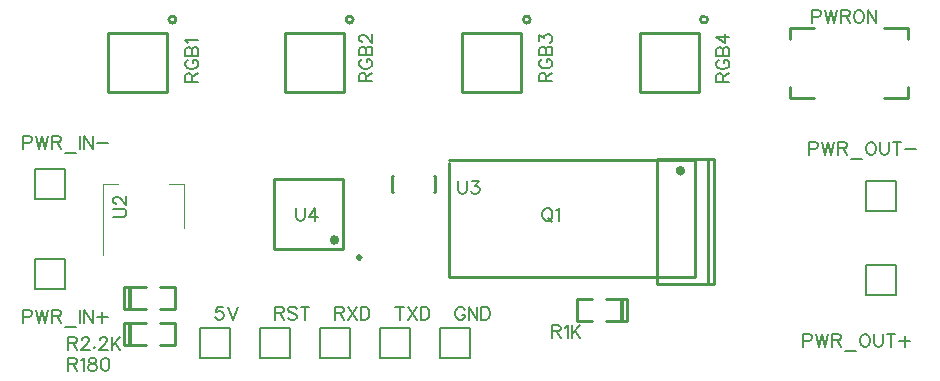
<source format=gto>
G04 ---------------------------- Layer name :TOP SILK LAYER*
G04 EasyEDA v5.4.12, Mon, 21 May 2018 10:25:39 GMT*
G04 d0ac2e000ddc4f35a868ce4d586767d9*
G04 Gerber Generator version 0.2*
G04 Scale: 100 percent, Rotated: No, Reflected: No *
G04 Dimensions in millimeters *
G04 leading zeros omitted , absolute positions ,3 integer and 3 decimal *
%FSLAX33Y33*%
%MOMM*%
G90*
G71D02*

%ADD10C,0.254000*%
%ADD11C,0.399999*%
%ADD12C,0.299999*%
%ADD15C,0.203200*%
%ADD28C,0.119990*%
%ADD29C,0.249999*%
%ADD30C,0.330200*%
%ADD31C,0.202999*%
%ADD32C,0.177800*%

%LPD*%
G54D10*
G01X37338Y23622D02*
G01X58166Y23622D01*
G01X58166Y13716D01*
G01X37338Y13716D01*
G01X37338Y23368D01*
G54D28*
G01X14840Y17860D02*
G01X14840Y21619D01*
G01X13580Y21619D01*
G01X8019Y15610D02*
G01X8019Y21619D01*
G01X9280Y21619D01*
G54D10*
G01X35991Y22250D02*
G01X36093Y22250D01*
G01X36093Y20929D01*
G01X35991Y20929D01*
G01X32588Y20929D02*
G01X32435Y20929D01*
G01X32435Y22250D01*
G01X32588Y22250D01*
G01X68171Y28839D02*
G01X66169Y28839D01*
G01X66169Y29839D01*
G01X74170Y34838D02*
G01X76169Y34838D01*
G01X76169Y33837D01*
G01X66169Y33837D02*
G01X66169Y34838D01*
G01X68171Y34838D01*
G01X76169Y29839D02*
G01X76169Y28839D01*
G01X74170Y28839D01*
G54D29*
G01X58435Y34409D02*
G01X58435Y29409D01*
G01X58435Y29409D02*
G01X53435Y29409D01*
G01X53435Y34409D02*
G01X53435Y29409D01*
G01X58436Y34412D02*
G01X53436Y34412D01*
G01X43435Y34409D02*
G01X43435Y29409D01*
G01X43435Y29409D02*
G01X38435Y29409D01*
G01X38435Y34409D02*
G01X38435Y29409D01*
G01X43436Y34412D02*
G01X38436Y34412D01*
G01X28435Y34409D02*
G01X28435Y29409D01*
G01X28435Y29409D02*
G01X23435Y29409D01*
G01X23435Y34409D02*
G01X23435Y29409D01*
G01X28436Y34412D02*
G01X23436Y34412D01*
G01X13435Y34409D02*
G01X13435Y29409D01*
G01X13435Y29409D02*
G01X8435Y29409D01*
G01X8435Y34409D02*
G01X8435Y29409D01*
G01X13436Y34412D02*
G01X8436Y34412D01*
G54D30*
G01X51937Y11795D02*
G01X51937Y10048D01*
G54D10*
G01X50612Y11849D02*
G01X52412Y11849D01*
G01X52412Y9994D01*
G01X49413Y11849D02*
G01X48138Y11849D01*
G01X48138Y9994D01*
G01X48138Y9994D02*
G01X49413Y9994D01*
G01X50612Y9994D02*
G01X52412Y9994D01*
G54D30*
G01X10292Y8016D02*
G01X10292Y9763D01*
G54D10*
G01X11617Y7962D02*
G01X9817Y7962D01*
G01X9817Y9817D01*
G01X12816Y7962D02*
G01X14091Y7962D01*
G01X14091Y9817D01*
G01X14091Y9817D02*
G01X12816Y9817D01*
G01X11617Y9817D02*
G01X9817Y9817D01*
G54D30*
G01X10292Y11064D02*
G01X10292Y12811D01*
G54D10*
G01X11617Y11010D02*
G01X9817Y11010D01*
G01X9817Y12865D01*
G01X12816Y11010D02*
G01X14091Y11010D01*
G01X14091Y12865D01*
G01X14091Y12865D02*
G01X12816Y12865D01*
G01X11617Y12865D02*
G01X9817Y12865D01*
G01X59696Y23714D02*
G01X59696Y13115D01*
G01X54896Y13115D01*
G01X54896Y23714D01*
G01X59696Y23714D01*
G01X59195Y13115D02*
G01X59195Y23714D01*
G01X22450Y16100D02*
G01X28349Y16100D01*
G01X28349Y21999D01*
G01X22450Y21999D01*
G01X22450Y16100D01*
G54D15*
G01X28956Y6858D02*
G01X26416Y6858D01*
G01X26416Y9398D01*
G01X28956Y9398D01*
G01X28956Y7493D01*
G54D31*
G01X28956Y6858D02*
G01X28956Y7493D01*
G54D15*
G01X34036Y6858D02*
G01X31496Y6858D01*
G01X31496Y9398D01*
G01X34036Y9398D01*
G01X34036Y7493D01*
G54D31*
G01X34036Y6858D02*
G01X34036Y7493D01*
G54D15*
G01X23876Y6858D02*
G01X21336Y6858D01*
G01X21336Y9398D01*
G01X23876Y9398D01*
G01X23876Y7493D01*
G54D31*
G01X23876Y6858D02*
G01X23876Y7493D01*
G54D15*
G01X39116Y6858D02*
G01X36576Y6858D01*
G01X36576Y9398D01*
G01X39116Y9398D01*
G01X39116Y7493D01*
G54D31*
G01X39116Y6858D02*
G01X39116Y7493D01*
G54D15*
G01X18796Y6858D02*
G01X16256Y6858D01*
G01X16256Y9398D01*
G01X18796Y9398D01*
G01X18796Y7493D01*
G54D31*
G01X18796Y6858D02*
G01X18796Y7493D01*
G54D15*
G01X4826Y12700D02*
G01X2286Y12700D01*
G01X2286Y15240D01*
G01X4826Y15240D01*
G01X4826Y13335D01*
G54D31*
G01X4826Y12700D02*
G01X4826Y13335D01*
G54D15*
G01X4826Y20320D02*
G01X2286Y20320D01*
G01X2286Y22860D01*
G01X4826Y22860D01*
G01X4826Y20955D01*
G54D31*
G01X4826Y20320D02*
G01X4826Y20955D01*
G54D15*
G01X75184Y19304D02*
G01X72644Y19304D01*
G01X72644Y21844D01*
G01X75184Y21844D01*
G01X75184Y19939D01*
G54D31*
G01X75184Y19304D02*
G01X75184Y19939D01*
G54D15*
G01X75184Y12192D02*
G01X72644Y12192D01*
G01X72644Y14732D01*
G01X75184Y14732D01*
G01X75184Y12827D01*
G54D31*
G01X75184Y12192D02*
G01X75184Y12827D01*
G54D32*
G01X8890Y18775D02*
G01X9667Y18775D01*
G01X9824Y18826D01*
G01X9928Y18930D01*
G01X9979Y19088D01*
G01X9979Y19192D01*
G01X9928Y19347D01*
G01X9824Y19451D01*
G01X9667Y19502D01*
G01X8890Y19502D01*
G01X9149Y19898D02*
G01X9095Y19898D01*
G01X8991Y19949D01*
G01X8940Y20002D01*
G01X8890Y20106D01*
G01X8890Y20312D01*
G01X8940Y20416D01*
G01X8991Y20469D01*
G01X9095Y20520D01*
G01X9199Y20520D01*
G01X9304Y20469D01*
G01X9461Y20365D01*
G01X9979Y19844D01*
G01X9979Y20573D01*
G01X38100Y21844D02*
G01X38100Y21066D01*
G01X38150Y20909D01*
G01X38254Y20805D01*
G01X38412Y20754D01*
G01X38516Y20754D01*
G01X38671Y20805D01*
G01X38775Y20909D01*
G01X38826Y21066D01*
G01X38826Y21844D01*
G01X39273Y21844D02*
G01X39844Y21844D01*
G01X39535Y21429D01*
G01X39690Y21429D01*
G01X39794Y21376D01*
G01X39844Y21325D01*
G01X39898Y21170D01*
G01X39898Y21066D01*
G01X39844Y20909D01*
G01X39740Y20805D01*
G01X39585Y20754D01*
G01X39430Y20754D01*
G01X39273Y20805D01*
G01X39222Y20858D01*
G01X39169Y20962D01*
G01X68072Y36321D02*
G01X68072Y35232D01*
G01X68072Y36321D02*
G01X68539Y36321D01*
G01X68694Y36271D01*
G01X68747Y36220D01*
G01X68798Y36116D01*
G01X68798Y35958D01*
G01X68747Y35854D01*
G01X68694Y35803D01*
G01X68539Y35750D01*
G01X68072Y35750D01*
G01X69141Y36321D02*
G01X69402Y35232D01*
G01X69662Y36321D02*
G01X69402Y35232D01*
G01X69662Y36321D02*
G01X69921Y35232D01*
G01X70180Y36321D02*
G01X69921Y35232D01*
G01X70523Y36321D02*
G01X70523Y35232D01*
G01X70523Y36321D02*
G01X70993Y36321D01*
G01X71147Y36271D01*
G01X71198Y36220D01*
G01X71252Y36116D01*
G01X71252Y36012D01*
G01X71198Y35907D01*
G01X71147Y35854D01*
G01X70993Y35803D01*
G01X70523Y35803D01*
G01X70888Y35803D02*
G01X71252Y35232D01*
G01X71907Y36321D02*
G01X71803Y36271D01*
G01X71699Y36167D01*
G01X71645Y36062D01*
G01X71594Y35907D01*
G01X71594Y35648D01*
G01X71645Y35491D01*
G01X71699Y35387D01*
G01X71803Y35283D01*
G01X71907Y35232D01*
G01X72113Y35232D01*
G01X72217Y35283D01*
G01X72321Y35387D01*
G01X72374Y35491D01*
G01X72425Y35648D01*
G01X72425Y35907D01*
G01X72374Y36062D01*
G01X72321Y36167D01*
G01X72217Y36271D01*
G01X72113Y36321D01*
G01X71907Y36321D01*
G01X72768Y36321D02*
G01X72768Y35232D01*
G01X72768Y36321D02*
G01X73494Y35232D01*
G01X73494Y36321D02*
G01X73494Y35232D01*
G01X59944Y30248D02*
G01X61033Y30248D01*
G01X59944Y30248D02*
G01X59944Y30716D01*
G01X59994Y30871D01*
G01X60045Y30924D01*
G01X60149Y30975D01*
G01X60253Y30975D01*
G01X60358Y30924D01*
G01X60411Y30871D01*
G01X60462Y30716D01*
G01X60462Y30248D01*
G01X60462Y30612D02*
G01X61033Y30975D01*
G01X60203Y32097D02*
G01X60098Y32047D01*
G01X59994Y31943D01*
G01X59944Y31838D01*
G01X59944Y31630D01*
G01X59994Y31526D01*
G01X60098Y31422D01*
G01X60203Y31371D01*
G01X60358Y31318D01*
G01X60617Y31318D01*
G01X60774Y31371D01*
G01X60878Y31422D01*
G01X60982Y31526D01*
G01X61033Y31630D01*
G01X61033Y31838D01*
G01X60982Y31943D01*
G01X60878Y32047D01*
G01X60774Y32097D01*
G01X60617Y32097D01*
G01X60617Y31838D02*
G01X60617Y32097D01*
G01X59944Y32440D02*
G01X61033Y32440D01*
G01X59944Y32440D02*
G01X59944Y32908D01*
G01X59994Y33065D01*
G01X60045Y33116D01*
G01X60149Y33169D01*
G01X60253Y33169D01*
G01X60358Y33116D01*
G01X60411Y33065D01*
G01X60462Y32908D01*
G01X60462Y32440D02*
G01X60462Y32908D01*
G01X60515Y33065D01*
G01X60566Y33116D01*
G01X60670Y33169D01*
G01X60825Y33169D01*
G01X60929Y33116D01*
G01X60982Y33065D01*
G01X61033Y32908D01*
G01X61033Y32440D01*
G01X59944Y34030D02*
G01X60670Y33512D01*
G01X60670Y34290D01*
G01X59944Y34030D02*
G01X61033Y34030D01*
G01X44958Y30302D02*
G01X46047Y30302D01*
G01X44958Y30302D02*
G01X44958Y30769D01*
G01X45008Y30924D01*
G01X45059Y30975D01*
G01X45163Y31028D01*
G01X45267Y31028D01*
G01X45372Y30975D01*
G01X45425Y30924D01*
G01X45476Y30769D01*
G01X45476Y30302D01*
G01X45476Y30665D02*
G01X46047Y31028D01*
G01X45217Y32151D02*
G01X45112Y32097D01*
G01X45008Y31993D01*
G01X44958Y31889D01*
G01X44958Y31683D01*
G01X45008Y31579D01*
G01X45112Y31475D01*
G01X45217Y31422D01*
G01X45372Y31371D01*
G01X45631Y31371D01*
G01X45788Y31422D01*
G01X45892Y31475D01*
G01X45996Y31579D01*
G01X46047Y31683D01*
G01X46047Y31889D01*
G01X45996Y31993D01*
G01X45892Y32097D01*
G01X45788Y32151D01*
G01X45631Y32151D01*
G01X45631Y31889D02*
G01X45631Y32151D01*
G01X44958Y32494D02*
G01X46047Y32494D01*
G01X44958Y32494D02*
G01X44958Y32961D01*
G01X45008Y33116D01*
G01X45059Y33169D01*
G01X45163Y33220D01*
G01X45267Y33220D01*
G01X45372Y33169D01*
G01X45425Y33116D01*
G01X45476Y32961D01*
G01X45476Y32494D02*
G01X45476Y32961D01*
G01X45529Y33116D01*
G01X45580Y33169D01*
G01X45684Y33220D01*
G01X45839Y33220D01*
G01X45943Y33169D01*
G01X45996Y33116D01*
G01X46047Y32961D01*
G01X46047Y32494D01*
G01X44958Y33667D02*
G01X44958Y34239D01*
G01X45372Y33926D01*
G01X45372Y34084D01*
G01X45425Y34188D01*
G01X45476Y34239D01*
G01X45631Y34290D01*
G01X45735Y34290D01*
G01X45892Y34239D01*
G01X45996Y34135D01*
G01X46047Y33980D01*
G01X46047Y33822D01*
G01X45996Y33667D01*
G01X45943Y33616D01*
G01X45839Y33563D01*
G01X29717Y30299D02*
G01X30807Y30299D01*
G01X29717Y30299D02*
G01X29717Y30766D01*
G01X29768Y30921D01*
G01X29819Y30975D01*
G01X29923Y31026D01*
G01X30027Y31026D01*
G01X30131Y30975D01*
G01X30185Y30921D01*
G01X30236Y30766D01*
G01X30236Y30299D01*
G01X30236Y30662D02*
G01X30807Y31026D01*
G01X29977Y32148D02*
G01X29872Y32097D01*
G01X29768Y31993D01*
G01X29717Y31889D01*
G01X29717Y31681D01*
G01X29768Y31577D01*
G01X29872Y31473D01*
G01X29977Y31422D01*
G01X30131Y31368D01*
G01X30391Y31368D01*
G01X30548Y31422D01*
G01X30652Y31473D01*
G01X30756Y31577D01*
G01X30807Y31681D01*
G01X30807Y31889D01*
G01X30756Y31993D01*
G01X30652Y32097D01*
G01X30548Y32148D01*
G01X30391Y32148D01*
G01X30391Y31889D02*
G01X30391Y32148D01*
G01X29717Y32491D02*
G01X30807Y32491D01*
G01X29717Y32491D02*
G01X29717Y32959D01*
G01X29768Y33116D01*
G01X29819Y33167D01*
G01X29923Y33220D01*
G01X30027Y33220D01*
G01X30131Y33167D01*
G01X30185Y33116D01*
G01X30236Y32959D01*
G01X30236Y32491D02*
G01X30236Y32959D01*
G01X30289Y33116D01*
G01X30340Y33167D01*
G01X30444Y33220D01*
G01X30599Y33220D01*
G01X30703Y33167D01*
G01X30756Y33116D01*
G01X30807Y32959D01*
G01X30807Y32491D01*
G01X29977Y33614D02*
G01X29923Y33614D01*
G01X29819Y33665D01*
G01X29768Y33718D01*
G01X29717Y33822D01*
G01X29717Y34030D01*
G01X29768Y34135D01*
G01X29819Y34185D01*
G01X29923Y34236D01*
G01X30027Y34236D01*
G01X30131Y34185D01*
G01X30289Y34081D01*
G01X30807Y33563D01*
G01X30807Y34289D01*
G01X14986Y30261D02*
G01X16075Y30261D01*
G01X14986Y30261D02*
G01X14986Y30728D01*
G01X15036Y30883D01*
G01X15087Y30934D01*
G01X15191Y30987D01*
G01X15295Y30987D01*
G01X15400Y30934D01*
G01X15453Y30883D01*
G01X15504Y30728D01*
G01X15504Y30261D01*
G01X15504Y30624D02*
G01X16075Y30987D01*
G01X15245Y32110D02*
G01X15140Y32057D01*
G01X15036Y31953D01*
G01X14986Y31849D01*
G01X14986Y31643D01*
G01X15036Y31539D01*
G01X15140Y31435D01*
G01X15245Y31381D01*
G01X15400Y31330D01*
G01X15659Y31330D01*
G01X15816Y31381D01*
G01X15920Y31435D01*
G01X16024Y31539D01*
G01X16075Y31643D01*
G01X16075Y31849D01*
G01X16024Y31953D01*
G01X15920Y32057D01*
G01X15816Y32110D01*
G01X15659Y32110D01*
G01X15659Y31849D02*
G01X15659Y32110D01*
G01X14986Y32453D02*
G01X16075Y32453D01*
G01X14986Y32453D02*
G01X14986Y32920D01*
G01X15036Y33075D01*
G01X15087Y33129D01*
G01X15191Y33179D01*
G01X15295Y33179D01*
G01X15400Y33129D01*
G01X15453Y33075D01*
G01X15504Y32920D01*
G01X15504Y32453D02*
G01X15504Y32920D01*
G01X15557Y33075D01*
G01X15608Y33129D01*
G01X15712Y33179D01*
G01X15867Y33179D01*
G01X15971Y33129D01*
G01X16024Y33075D01*
G01X16075Y32920D01*
G01X16075Y32453D01*
G01X15191Y33522D02*
G01X15140Y33627D01*
G01X14986Y33781D01*
G01X16075Y33781D01*
G01X46034Y9626D02*
G01X46034Y8536D01*
G01X46034Y9626D02*
G01X46502Y9626D01*
G01X46657Y9575D01*
G01X46710Y9525D01*
G01X46761Y9420D01*
G01X46761Y9316D01*
G01X46710Y9212D01*
G01X46657Y9159D01*
G01X46502Y9108D01*
G01X46034Y9108D01*
G01X46398Y9108D02*
G01X46761Y8536D01*
G01X47104Y9420D02*
G01X47208Y9471D01*
G01X47365Y9626D01*
G01X47365Y8536D01*
G01X47708Y9626D02*
G01X47708Y8536D01*
G01X48435Y9626D02*
G01X47708Y8900D01*
G01X47967Y9159D02*
G01X48435Y8536D01*
G01X5080Y6858D02*
G01X5080Y5768D01*
G01X5080Y6858D02*
G01X5547Y6858D01*
G01X5702Y6807D01*
G01X5755Y6756D01*
G01X5806Y6652D01*
G01X5806Y6548D01*
G01X5755Y6443D01*
G01X5702Y6390D01*
G01X5547Y6339D01*
G01X5080Y6339D01*
G01X5443Y6339D02*
G01X5806Y5768D01*
G01X6149Y6652D02*
G01X6253Y6703D01*
G01X6410Y6858D01*
G01X6410Y5768D01*
G01X7012Y6858D02*
G01X6858Y6807D01*
G01X6804Y6703D01*
G01X6804Y6598D01*
G01X6858Y6494D01*
G01X6959Y6443D01*
G01X7167Y6390D01*
G01X7325Y6339D01*
G01X7429Y6235D01*
G01X7480Y6131D01*
G01X7480Y5976D01*
G01X7429Y5872D01*
G01X7376Y5819D01*
G01X7221Y5768D01*
G01X7012Y5768D01*
G01X6858Y5819D01*
G01X6804Y5872D01*
G01X6753Y5976D01*
G01X6753Y6131D01*
G01X6804Y6235D01*
G01X6908Y6339D01*
G01X7063Y6390D01*
G01X7272Y6443D01*
G01X7376Y6494D01*
G01X7429Y6598D01*
G01X7429Y6703D01*
G01X7376Y6807D01*
G01X7221Y6858D01*
G01X7012Y6858D01*
G01X8135Y6858D02*
G01X7978Y6807D01*
G01X7874Y6652D01*
G01X7823Y6390D01*
G01X7823Y6235D01*
G01X7874Y5976D01*
G01X7978Y5819D01*
G01X8135Y5768D01*
G01X8239Y5768D01*
G01X8394Y5819D01*
G01X8498Y5976D01*
G01X8549Y6235D01*
G01X8549Y6390D01*
G01X8498Y6652D01*
G01X8394Y6807D01*
G01X8239Y6858D01*
G01X8135Y6858D01*
G01X5080Y8636D02*
G01X5080Y7546D01*
G01X5080Y8636D02*
G01X5547Y8636D01*
G01X5702Y8585D01*
G01X5755Y8534D01*
G01X5806Y8430D01*
G01X5806Y8326D01*
G01X5755Y8221D01*
G01X5702Y8168D01*
G01X5547Y8117D01*
G01X5080Y8117D01*
G01X5443Y8117D02*
G01X5806Y7546D01*
G01X6202Y8376D02*
G01X6202Y8430D01*
G01X6253Y8534D01*
G01X6306Y8585D01*
G01X6410Y8636D01*
G01X6616Y8636D01*
G01X6720Y8585D01*
G01X6774Y8534D01*
G01X6824Y8430D01*
G01X6824Y8326D01*
G01X6774Y8221D01*
G01X6670Y8064D01*
G01X6149Y7546D01*
G01X6878Y7546D01*
G01X7272Y7805D02*
G01X7221Y7754D01*
G01X7272Y7701D01*
G01X7325Y7754D01*
G01X7272Y7805D01*
G01X7719Y8376D02*
G01X7719Y8430D01*
G01X7772Y8534D01*
G01X7823Y8585D01*
G01X7927Y8636D01*
G01X8135Y8636D01*
G01X8239Y8585D01*
G01X8290Y8534D01*
G01X8343Y8430D01*
G01X8343Y8326D01*
G01X8290Y8221D01*
G01X8186Y8064D01*
G01X7668Y7546D01*
G01X8394Y7546D01*
G01X8737Y8636D02*
G01X8737Y7546D01*
G01X9464Y8636D02*
G01X8737Y7909D01*
G01X8996Y8168D02*
G01X9464Y7546D01*
G01X45524Y19558D02*
G01X45420Y19507D01*
G01X45316Y19403D01*
G01X45262Y19298D01*
G01X45212Y19143D01*
G01X45212Y18884D01*
G01X45262Y18727D01*
G01X45316Y18623D01*
G01X45420Y18519D01*
G01X45524Y18468D01*
G01X45732Y18468D01*
G01X45834Y18519D01*
G01X45938Y18623D01*
G01X45991Y18727D01*
G01X46042Y18884D01*
G01X46042Y19143D01*
G01X45991Y19298D01*
G01X45938Y19403D01*
G01X45834Y19507D01*
G01X45732Y19558D01*
G01X45524Y19558D01*
G01X45679Y18676D02*
G01X45991Y18364D01*
G01X46385Y19352D02*
G01X46489Y19403D01*
G01X46647Y19558D01*
G01X46647Y18468D01*
G01X24384Y19558D02*
G01X24384Y18780D01*
G01X24434Y18623D01*
G01X24538Y18519D01*
G01X24696Y18468D01*
G01X24800Y18468D01*
G01X24955Y18519D01*
G01X25059Y18623D01*
G01X25110Y18780D01*
G01X25110Y19558D01*
G01X25974Y19558D02*
G01X25453Y18831D01*
G01X26233Y18831D01*
G01X25974Y19558D02*
G01X25974Y18468D01*
G01X27686Y11188D02*
G01X27686Y10099D01*
G01X27686Y11188D02*
G01X28153Y11188D01*
G01X28308Y11137D01*
G01X28361Y11087D01*
G01X28412Y10982D01*
G01X28412Y10878D01*
G01X28361Y10774D01*
G01X28308Y10721D01*
G01X28153Y10670D01*
G01X27686Y10670D01*
G01X28049Y10670D02*
G01X28412Y10099D01*
G01X28755Y11188D02*
G01X29484Y10099D01*
G01X29484Y11188D02*
G01X28755Y10099D01*
G01X29827Y11188D02*
G01X29827Y10099D01*
G01X29827Y11188D02*
G01X30190Y11188D01*
G01X30345Y11137D01*
G01X30449Y11033D01*
G01X30502Y10929D01*
G01X30553Y10774D01*
G01X30553Y10515D01*
G01X30502Y10358D01*
G01X30449Y10253D01*
G01X30345Y10149D01*
G01X30190Y10099D01*
G01X29827Y10099D01*
G01X33129Y11188D02*
G01X33129Y10099D01*
G01X32766Y11188D02*
G01X33492Y11188D01*
G01X33835Y11188D02*
G01X34564Y10099D01*
G01X34564Y11188D02*
G01X33835Y10099D01*
G01X34907Y11188D02*
G01X34907Y10099D01*
G01X34907Y11188D02*
G01X35270Y11188D01*
G01X35425Y11137D01*
G01X35529Y11033D01*
G01X35582Y10929D01*
G01X35633Y10774D01*
G01X35633Y10515D01*
G01X35582Y10358D01*
G01X35529Y10253D01*
G01X35425Y10149D01*
G01X35270Y10099D01*
G01X34907Y10099D01*
G01X22606Y11188D02*
G01X22606Y10099D01*
G01X22606Y11188D02*
G01X23073Y11188D01*
G01X23228Y11137D01*
G01X23281Y11087D01*
G01X23332Y10982D01*
G01X23332Y10878D01*
G01X23281Y10774D01*
G01X23228Y10721D01*
G01X23073Y10670D01*
G01X22606Y10670D01*
G01X22969Y10670D02*
G01X23332Y10099D01*
G01X24404Y11033D02*
G01X24300Y11137D01*
G01X24142Y11188D01*
G01X23936Y11188D01*
G01X23779Y11137D01*
G01X23675Y11033D01*
G01X23675Y10929D01*
G01X23728Y10825D01*
G01X23779Y10774D01*
G01X23883Y10721D01*
G01X24196Y10617D01*
G01X24300Y10566D01*
G01X24350Y10515D01*
G01X24404Y10411D01*
G01X24404Y10253D01*
G01X24300Y10149D01*
G01X24142Y10099D01*
G01X23936Y10099D01*
G01X23779Y10149D01*
G01X23675Y10253D01*
G01X25110Y11188D02*
G01X25110Y10099D01*
G01X24747Y11188D02*
G01X25473Y11188D01*
G01X38625Y10929D02*
G01X38572Y11033D01*
G01X38468Y11137D01*
G01X38366Y11188D01*
G01X38158Y11188D01*
G01X38054Y11137D01*
G01X37950Y11033D01*
G01X37896Y10929D01*
G01X37846Y10774D01*
G01X37846Y10515D01*
G01X37896Y10358D01*
G01X37950Y10253D01*
G01X38054Y10149D01*
G01X38158Y10099D01*
G01X38366Y10099D01*
G01X38468Y10149D01*
G01X38572Y10253D01*
G01X38625Y10358D01*
G01X38625Y10515D01*
G01X38366Y10515D02*
G01X38625Y10515D01*
G01X38968Y11188D02*
G01X38968Y10099D01*
G01X38968Y11188D02*
G01X39695Y10099D01*
G01X39695Y11188D02*
G01X39695Y10099D01*
G01X40038Y11188D02*
G01X40038Y10099D01*
G01X40038Y11188D02*
G01X40401Y11188D01*
G01X40558Y11137D01*
G01X40662Y11033D01*
G01X40713Y10929D01*
G01X40767Y10774D01*
G01X40767Y10515D01*
G01X40713Y10358D01*
G01X40662Y10253D01*
G01X40558Y10149D01*
G01X40401Y10099D01*
G01X40038Y10099D01*
G01X18148Y11188D02*
G01X17630Y11188D01*
G01X17576Y10721D01*
G01X17630Y10774D01*
G01X17785Y10825D01*
G01X17942Y10825D01*
G01X18097Y10774D01*
G01X18201Y10670D01*
G01X18252Y10515D01*
G01X18252Y10411D01*
G01X18201Y10253D01*
G01X18097Y10149D01*
G01X17942Y10099D01*
G01X17785Y10099D01*
G01X17630Y10149D01*
G01X17576Y10203D01*
G01X17526Y10307D01*
G01X18595Y11188D02*
G01X19011Y10099D01*
G01X19428Y11188D02*
G01X19011Y10099D01*
G01X1270Y10922D02*
G01X1270Y9832D01*
G01X1270Y10922D02*
G01X1737Y10922D01*
G01X1892Y10871D01*
G01X1945Y10820D01*
G01X1996Y10716D01*
G01X1996Y10558D01*
G01X1945Y10454D01*
G01X1892Y10403D01*
G01X1737Y10350D01*
G01X1270Y10350D01*
G01X2339Y10922D02*
G01X2600Y9832D01*
G01X2860Y10922D02*
G01X2600Y9832D01*
G01X2860Y10922D02*
G01X3119Y9832D01*
G01X3378Y10922D02*
G01X3119Y9832D01*
G01X3721Y10922D02*
G01X3721Y9832D01*
G01X3721Y10922D02*
G01X4191Y10922D01*
G01X4345Y10871D01*
G01X4396Y10820D01*
G01X4450Y10716D01*
G01X4450Y10612D01*
G01X4396Y10507D01*
G01X4345Y10454D01*
G01X4191Y10403D01*
G01X3721Y10403D01*
G01X4086Y10403D02*
G01X4450Y9832D01*
G01X4792Y9469D02*
G01X5727Y9469D01*
G01X6070Y10922D02*
G01X6070Y9832D01*
G01X6413Y10922D02*
G01X6413Y9832D01*
G01X6413Y10922D02*
G01X7139Y9832D01*
G01X7139Y10922D02*
G01X7139Y9832D01*
G01X7950Y10767D02*
G01X7950Y9832D01*
G01X7482Y10299D02*
G01X8420Y10299D01*
G01X1270Y25654D02*
G01X1270Y24564D01*
G01X1270Y25654D02*
G01X1737Y25654D01*
G01X1892Y25603D01*
G01X1945Y25552D01*
G01X1996Y25448D01*
G01X1996Y25290D01*
G01X1945Y25186D01*
G01X1892Y25135D01*
G01X1737Y25082D01*
G01X1270Y25082D01*
G01X2339Y25654D02*
G01X2600Y24564D01*
G01X2860Y25654D02*
G01X2600Y24564D01*
G01X2860Y25654D02*
G01X3119Y24564D01*
G01X3378Y25654D02*
G01X3119Y24564D01*
G01X3721Y25654D02*
G01X3721Y24564D01*
G01X3721Y25654D02*
G01X4191Y25654D01*
G01X4345Y25603D01*
G01X4396Y25552D01*
G01X4450Y25448D01*
G01X4450Y25344D01*
G01X4396Y25239D01*
G01X4345Y25186D01*
G01X4191Y25135D01*
G01X3721Y25135D01*
G01X4086Y25135D02*
G01X4450Y24564D01*
G01X4792Y24201D02*
G01X5727Y24201D01*
G01X6070Y25654D02*
G01X6070Y24564D01*
G01X6413Y25654D02*
G01X6413Y24564D01*
G01X6413Y25654D02*
G01X7139Y24564D01*
G01X7139Y25654D02*
G01X7139Y24564D01*
G01X7482Y25031D02*
G01X8420Y25031D01*
G01X67818Y25146D02*
G01X67818Y24056D01*
G01X67818Y25146D02*
G01X68285Y25146D01*
G01X68440Y25095D01*
G01X68493Y25044D01*
G01X68544Y24940D01*
G01X68544Y24782D01*
G01X68493Y24678D01*
G01X68440Y24627D01*
G01X68285Y24574D01*
G01X67818Y24574D01*
G01X68887Y25146D02*
G01X69148Y24056D01*
G01X69408Y25146D02*
G01X69148Y24056D01*
G01X69408Y25146D02*
G01X69667Y24056D01*
G01X69926Y25146D02*
G01X69667Y24056D01*
G01X70269Y25146D02*
G01X70269Y24056D01*
G01X70269Y25146D02*
G01X70739Y25146D01*
G01X70893Y25095D01*
G01X70944Y25044D01*
G01X70998Y24940D01*
G01X70998Y24836D01*
G01X70944Y24731D01*
G01X70893Y24678D01*
G01X70739Y24627D01*
G01X70269Y24627D01*
G01X70634Y24627D02*
G01X70998Y24056D01*
G01X71340Y23693D02*
G01X72275Y23693D01*
G01X72931Y25146D02*
G01X72826Y25095D01*
G01X72722Y24991D01*
G01X72669Y24886D01*
G01X72618Y24731D01*
G01X72618Y24472D01*
G01X72669Y24315D01*
G01X72722Y24211D01*
G01X72826Y24107D01*
G01X72931Y24056D01*
G01X73139Y24056D01*
G01X73240Y24107D01*
G01X73345Y24211D01*
G01X73398Y24315D01*
G01X73449Y24472D01*
G01X73449Y24731D01*
G01X73398Y24886D01*
G01X73345Y24991D01*
G01X73240Y25095D01*
G01X73139Y25146D01*
G01X72931Y25146D01*
G01X73792Y25146D02*
G01X73792Y24368D01*
G01X73845Y24211D01*
G01X73949Y24107D01*
G01X74104Y24056D01*
G01X74208Y24056D01*
G01X74363Y24107D01*
G01X74467Y24211D01*
G01X74521Y24368D01*
G01X74521Y25146D01*
G01X75227Y25146D02*
G01X75227Y24056D01*
G01X74863Y25146D02*
G01X75590Y25146D01*
G01X75933Y24523D02*
G01X76868Y24523D01*
G01X67310Y8890D02*
G01X67310Y7800D01*
G01X67310Y8890D02*
G01X67777Y8890D01*
G01X67932Y8839D01*
G01X67985Y8788D01*
G01X68036Y8684D01*
G01X68036Y8526D01*
G01X67985Y8422D01*
G01X67932Y8371D01*
G01X67777Y8318D01*
G01X67310Y8318D01*
G01X68379Y8890D02*
G01X68640Y7800D01*
G01X68900Y8890D02*
G01X68640Y7800D01*
G01X68900Y8890D02*
G01X69159Y7800D01*
G01X69418Y8890D02*
G01X69159Y7800D01*
G01X69761Y8890D02*
G01X69761Y7800D01*
G01X69761Y8890D02*
G01X70231Y8890D01*
G01X70385Y8839D01*
G01X70436Y8788D01*
G01X70490Y8684D01*
G01X70490Y8580D01*
G01X70436Y8475D01*
G01X70385Y8422D01*
G01X70231Y8371D01*
G01X69761Y8371D01*
G01X70126Y8371D02*
G01X70490Y7800D01*
G01X70832Y7437D02*
G01X71767Y7437D01*
G01X72423Y8890D02*
G01X72318Y8839D01*
G01X72214Y8735D01*
G01X72161Y8630D01*
G01X72110Y8475D01*
G01X72110Y8216D01*
G01X72161Y8059D01*
G01X72214Y7955D01*
G01X72318Y7851D01*
G01X72423Y7800D01*
G01X72631Y7800D01*
G01X72732Y7851D01*
G01X72837Y7955D01*
G01X72890Y8059D01*
G01X72941Y8216D01*
G01X72941Y8475D01*
G01X72890Y8630D01*
G01X72837Y8735D01*
G01X72732Y8839D01*
G01X72631Y8890D01*
G01X72423Y8890D01*
G01X73284Y8890D02*
G01X73284Y8112D01*
G01X73337Y7955D01*
G01X73441Y7851D01*
G01X73596Y7800D01*
G01X73700Y7800D01*
G01X73855Y7851D01*
G01X73959Y7955D01*
G01X74013Y8112D01*
G01X74013Y8890D01*
G01X74719Y8890D02*
G01X74719Y7800D01*
G01X74355Y8890D02*
G01X75082Y8890D01*
G01X75892Y8735D02*
G01X75892Y7800D01*
G01X75425Y8267D02*
G01X76360Y8267D01*
G54D11*
G75*
G01X57097Y22715D02*
G3X57097Y22713I-200J-1D01*
G01*
G54D12*
G75*
G01X29550Y15349D02*
G3X29550Y15352I150J1D01*
G01*
G54D11*
G75*
G01X27399Y16850D02*
G3X27399Y16853I200J1D01*
G01*
G54D10*
G75*
G01X59185Y35510D02*
G03X59185Y35510I-300J0D01*
G01*
G75*
G01X44185Y35510D02*
G03X44185Y35510I-300J0D01*
G01*
G75*
G01X29185Y35510D02*
G03X29185Y35510I-300J0D01*
G01*
G75*
G01X14185Y35510D02*
G03X14185Y35510I-300J0D01*
G01*
M00*
M02*

</source>
